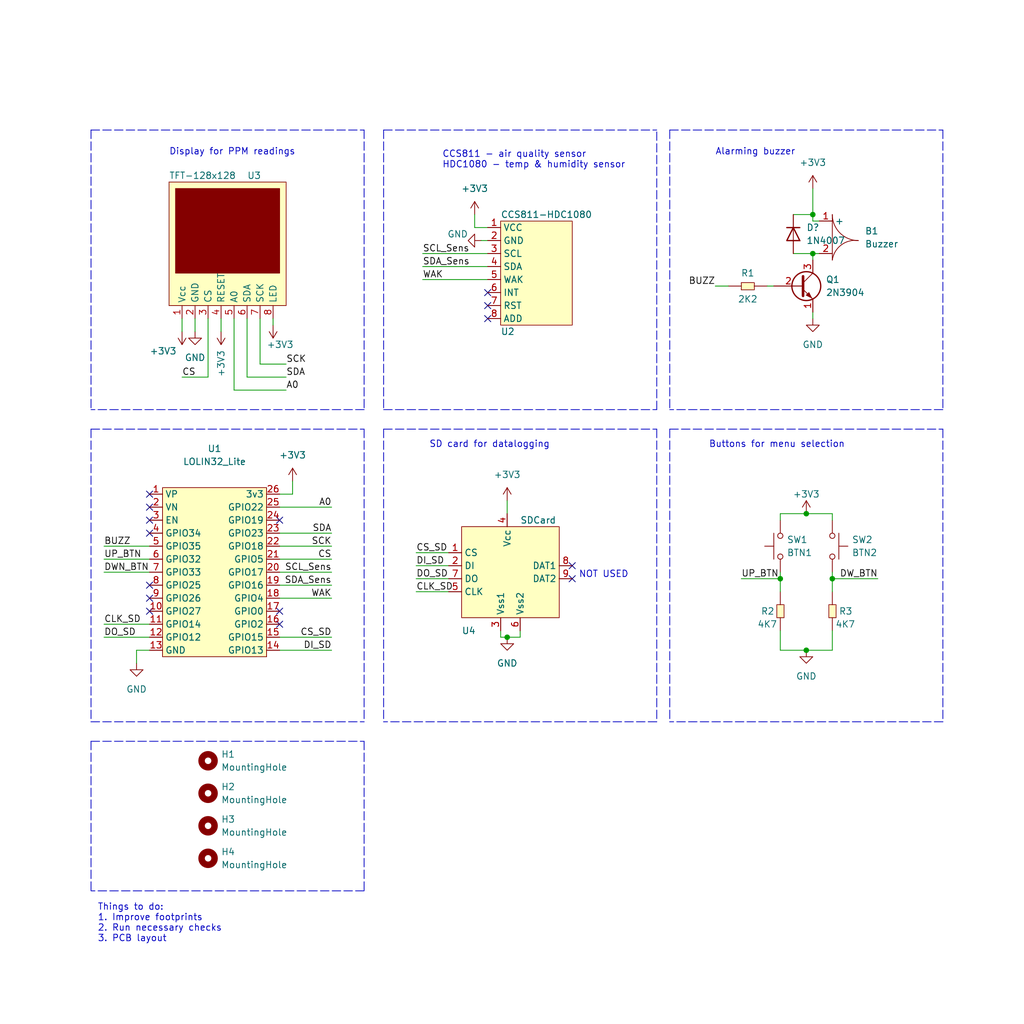
<source format=kicad_sch>
(kicad_sch (version 20211123) (generator eeschema)
  (paper "User" 200 200)
  (title_block (title "Air quality meter based on ESP32") (date "2023-06-13") (rev "1"))
  (lib_symbols
    (symbol "Diode:1N4007" (pin_numbers hide) (pin_names hide)
      (property "Reference" "D" (at 0 2.54 0))
      (property "Value" "1N4007" (at 0 -2.54 0))
      (symbol "1N4007_0_1"
        (polyline (pts (xy -1.27 1.27) (xy -1.27 -1.27)) (stroke (width 0.254)))
        (polyline (pts (xy 1.27 0) (xy -1.27 0)))
        (polyline (pts (xy 1.27 1.27) (xy 1.27 -1.27) (xy -1.27 0) (xy 1.27 1.27)) (stroke (width 0.254)))
      )
      (symbol "1N4007_1_1"
        (pin passive line (at -3.81 0 0) (length 2.54) (name "K") (number "1"))
        (pin passive line (at 3.81 0 180) (length 2.54) (name "A") (number "2"))
      )
    )
    (symbol "Mechanical:MountingHole" (pin_names (offset 1.016))
      (property "Reference" "H" (at 0 5.08 0))
      (property "Value" "MountingHole" (at 0 3.175 0))
      (symbol "MountingHole_0_1"
        (circle (center 0 0) (radius 1.27) (stroke (width 1.27)))
      )
    )
    (symbol "Res_1" (pin_numbers hide)
      (property "Reference" "R?" (at 0 1.27 0))
      (symbol "Res_1_0_1"
        (rectangle (start -3.81 -0.6) (end -1.27 -2) (fill (type background)))
      )
      (symbol "Res_1_1_1"
        (pin input line (at -6.35 -1.27 0) (length 2.54) (name "") (number "1"))
        (pin input line (at 1.27 -1.27 180) (length 2.54) (name "") (number "2"))
      )
    )
    (symbol "Res_2" (pin_numbers hide)
      (property "Reference" "R?" (at 0 1.27 0))
      (symbol "Res_2_0_1"
        (rectangle (start -3.81 -0.6) (end -1.27 -2) (fill (type background)))
      )
      (symbol "Res_2_1_1"
        (pin input line (at -6.35 -1.27 0) (length 2.54) (name "") (number "1"))
        (pin input line (at 1.27 -1.27 180) (length 2.54) (name "") (number "2"))
      )
    )
    (symbol "Switch:SW_Push" (pin_numbers hide) (pin_names (offset 1.016) hide)
      (property "Reference" "SW" (at 1.27 2.54 0))
      (property "Value" "SW_Push" (at 0 -1.524 0))
      (symbol "SW_Push_0_1"
        (circle (center -2.032 0) (radius 0.508))
        (polyline (pts (xy 0 1.27) (xy 0 3.048)))
        (polyline (pts (xy 2.54 1.27) (xy -2.54 1.27)))
        (circle (center 2.032 0) (radius 0.508))
        (pin passive line (at -5.08 0 0) (length 2.54) (name "1") (number "1"))
        (pin passive line (at 5.08 0 180) (length 2.54) (name "2") (number "2"))
      )
    )
    (symbol "Transistor_BJT:2N3904" (pin_names (offset 0) hide)
      (property "Reference" "Q" (at 5.08 1.905 0))
      (property "Value" "2N3904" (at 5.08 0 0))
      (symbol "2N3904_0_1"
        (polyline (pts (xy 0.635 0.635) (xy 2.54 2.54)))
        (polyline (pts (xy 0.635 -0.635) (xy 2.54 -2.54) (xy 2.54 -2.54)))
        (polyline (pts (xy 0.635 1.905) (xy 0.635 -1.905) (xy 0.635 -1.905)) (stroke (width 0.508)))
        (polyline (pts (xy 1.27 -1.778) (xy 1.778 -1.27) (xy 2.286 -2.286) (xy 1.27 -1.778) (xy 1.27 -1.778)) (fill (type outline)))
        (circle (center 1.27 0) (radius 2.8194) (stroke (width 0.254)))
      )
      (symbol "2N3904_1_1"
        (pin passive line (at 2.54 -5.08 90) (length 2.54) (name "E") (number "1"))
        (pin passive line (at -5.08 0 0) (length 5.715) (name "B") (number "2"))
        (pin passive line (at 2.54 5.08 270) (length 2.54) (name "C") (number "3"))
      )
    )
    (symbol "power:+3V3" (power) (pin_names (offset 0))
      (property "Value" "+3V3" (at 0 3.556 0))
      (symbol "+3V3_0_1"
        (polyline (pts (xy -0.762 1.27) (xy 0 2.54)))
        (polyline (pts (xy 0 0) (xy 0 2.54)))
        (polyline (pts (xy 0 2.54) (xy 0.762 1.27)))
      )
      (symbol "+3V3_1_1"
        (pin power_in line (at 0 0 90) (length 0) hide (name "+3V3") (number "1"))
      )
    )
    (symbol "power:GND" (power) (pin_names (offset 0))
      (property "Value" "GND" (at 0 -3.81 0))
      (symbol "GND_0_1"
        (polyline (pts (xy 0 0) (xy 0 -1.27) (xy 1.27 -1.27) (xy 0 -2.54) (xy -1.27 -1.27) (xy 0 -1.27)))
      )
      (symbol "GND_1_1"
        (pin power_in line (at 0 0 270) (length 0) hide (name "GND") (number "1"))
      )
    )
    (symbol "symbols:Buzzer"
      (property "Reference" "B?" (at 0 5.08 0))
      (property "Value" "Buzzer" (at 0 7.62 0))
      (symbol "Buzzer_0_1"
        (arc (start -1.27 1.27) (mid -4.8776 -7.4176) (end 3.81 -3.81))
        (polyline (pts (xy -1.27 1.27) (xy -1.27 -7.62)))
        (arc (start 3.81 -3.81) (mid -3.3291 0.4171) (end -1.27 -7.62))
      )
      (symbol "Buzzer_1_1"
        (pin input line (at -3.81 0 0) (length 2.54) (name "+") (number "1"))
        (pin input line (at -3.81 -6.35 0) (length 2.54) (name "") (number "2"))
      )
    )
    (symbol "symbols:CCS811-HDC1080"
      (property "Reference" "U?" (at 0 -11.43 0))
      (property "Value" "CCS811-HDC1080" (at 0 11.43 0))
      (symbol "CCS811-HDC1080_0_1"
        (rectangle (start -7.62 10.16) (end 6.35 -10.16) (fill (type background)))
      )
      (symbol "CCS811-HDC1080_1_1"
        (pin input line (at -10.16 8.89 0) (length 2.54) (name "VCC") (number "1"))
        (pin input line (at -10.16 6.35 0) (length 2.54) (name "GND") (number "2"))
        (pin input line (at -10.16 3.81 0) (length 2.54) (name "SCL") (number "3"))
        (pin input line (at -10.16 1.27 0) (length 2.54) (name "SDA") (number "4"))
        (pin input line (at -10.16 -1.27 0) (length 2.54) (name "WAK") (number "5"))
        (pin input line (at -10.16 -3.81 0) (length 2.54) (name "INT") (number "6"))
        (pin input line (at -10.16 -6.35 0) (length 2.54) (name "RST") (number "7"))
        (pin input line (at -10.16 -8.89 0) (length 2.54) (name "ADD") (number "8"))
      )
    )
    (symbol "symbols:LOLIN32_Lite"
      (property "Reference" "U?" (at 0 16.51 0))
      (property "Value" "LOLIN32_Lite" (at 0 19.05 0))
      (property "Footprint" "components:LOLIN32-Lite-PCB" (at 1.27 -20.32 0))
      (symbol "LOLIN32_Lite_0_1"
        (rectangle (start -10.16 15.24) (end 10.16 -17.78) (fill (type background)))
      )
      (symbol "LOLIN32_Lite_1_1"
        (pin input line (at -12.7 13.97 0) (length 2.54) (name "VP") (number "1"))
        (pin bidirectional line (at -12.7 -8.89 0) (length 2.54) (name "GPIO27") (number "10"))
        (pin bidirectional line (at -12.7 -11.43 0) (length 2.54) (name "GPIO14") (number "11"))
        (pin bidirectional line (at -12.7 -13.97 0) (length 2.54) (name "GPIO12") (number "12"))
        (pin input line (at -12.7 -16.51 0) (length 2.54) (name "GND") (number "13"))
        (pin bidirectional line (at 12.7 -16.51 180) (length 2.54) (name "GPIO13") (number "14"))
        (pin bidirectional line (at 12.7 -13.97 180) (length 2.54) (name "GPIO15") (number "15"))
        (pin bidirectional line (at 12.7 -11.43 180) (length 2.54) (name "GPIO2") (number "16"))
        (pin bidirectional line (at 12.7 -8.89 180) (length 2.54) (name "GPIO0") (number "17"))
        (pin bidirectional line (at 12.7 -6.35 180) (length 2.54) (name "GPIO4") (number "18"))
        (pin bidirectional line (at 12.7 -3.81 180) (length 2.54) (name "GPIO16") (number "19"))
        (pin input line (at -12.7 11.43 0) (length 2.54) (name "VN") (number "2"))
        (pin bidirectional line (at 12.7 -1.27 180) (length 2.54) (name "GPIO17") (number "20"))
        (pin bidirectional line (at 12.7 1.27 180) (length 2.54) (name "GPIO5") (number "21"))
        (pin bidirectional line (at 12.7 3.81 180) (length 2.54) (name "GPIO18") (number "22"))
        (pin bidirectional line (at 12.7 6.35 180) (length 2.54) (name "GPIO23") (number "23"))
        (pin bidirectional line (at 12.7 8.89 180) (length 2.54) (name "GPIO19") (number "24"))
        (pin bidirectional line (at 12.7 11.43 180) (length 2.54) (name "GPIO22") (number "25"))
        (pin output line (at 12.7 13.97 180) (length 2.54) (name "3v3") (number "26"))
        (pin input line (at -12.7 8.89 0) (length 2.54) (name "EN") (number "3"))
        (pin input line (at -12.7 6.35 0) (length 2.54) (name "GPIO34") (number "4"))
        (pin input line (at -12.7 3.81 0) (length 2.54) (name "GPIO35") (number "5"))
        (pin bidirectional line (at -12.7 1.27 0) (length 2.54) (name "GPIO32") (number "6"))
        (pin bidirectional line (at -12.7 -1.27 0) (length 2.54) (name "GPIO33") (number "7"))
        (pin bidirectional line (at -12.7 -3.81 0) (length 2.54) (name "GPIO25") (number "8"))
        (pin bidirectional line (at -12.7 -6.35 0) (length 2.54) (name "GPIO26") (number "9"))
      )
    )
    (symbol "symbols:Res" (pin_numbers hide)
      (property "Reference" "R?" (at 0 1.27 0))
      (symbol "Res_0_1"
        (rectangle (start -3.81 -0.6) (end -1.27 -2) (fill (type background)))
      )
      (symbol "Res_1_1"
        (pin input line (at -6.35 -1.27 0) (length 2.54) (name "") (number "1"))
        (pin input line (at 1.27 -1.27 180) (length 2.54) (name "") (number "2"))
      )
    )
    (symbol "symbols:SDCard"
      (property "Reference" "U?" (at 5.08 5.08 0))
      (property "Value" "SDCard" (at 5.08 7.62 0))
      (symbol "SDCard_0_1"
        (rectangle (start -8.89 10.16) (end 10.16 -7.62) (fill (type background)))
      )
      (symbol "SDCard_1_1"
        (pin input line (at -11.43 5.08 0) (length 2.54) (name "CS") (number "1"))
        (pin input line (at -11.43 2.54 0) (length 2.54) (name "DI") (number "2"))
        (pin input line (at -1.27 -10.16 90) (length 2.54) (name "Vss1") (number "3"))
        (pin input line (at 0 12.7 270) (length 2.54) (name "Vcc") (number "4"))
        (pin input line (at -11.43 -2.54 0) (length 2.54) (name "CLK") (number "5"))
        (pin input line (at 2.54 -10.16 90) (length 2.54) (name "Vss2") (number "6"))
        (pin output line (at -11.43 0 0) (length 2.54) (name "DO") (number "7"))
        (pin input line (at 12.7 2.54 180) (length 2.54) (name "DAT1") (number "8"))
        (pin input line (at 12.7 0 180) (length 2.54) (name "DAT2") (number "9"))
      )
    )
    (symbol "symbols:TFT-128x128"
      (property "Reference" "U?" (at -5.08 8.89 0))
      (property "Value" "TFT-128x128" (at 0 11.43 0))
      (symbol "TFT-128x128_0_1"
        (rectangle (start -10.16 12.7) (end 10.16 -3.81) (fill (type outline)))
        (rectangle (start 11.43 -10.16) (end -11.43 13.97) (fill (type background)))
      )
      (symbol "TFT-128x128_1_1"
        (pin input line (at -8.89 -12.7 90) (length 2.54) (name "Vcc") (number "1"))
        (pin input line (at -6.35 -12.7 90) (length 2.54) (name "GND") (number "2"))
        (pin input line (at -3.81 -12.7 90) (length 2.54) (name "CS") (number "3"))
        (pin input line (at -1.27 -12.7 90) (length 2.54) (name "RESET") (number "4"))
        (pin input line (at 1.27 -12.7 90) (length 2.54) (name "A0") (number "5"))
        (pin input line (at 3.81 -12.7 90) (length 2.54) (name "SDA") (number "6"))
        (pin input line (at 6.35 -12.7 90) (length 2.54) (name "SCK") (number "7"))
        (pin input line (at 8.89 -12.7 90) (length 2.54) (name "LED") (number "8"))
      )
    )
  )
  (junction (at 157.48 127))
  (junction (at 158.75 41.91))
  (junction (at 162.56 113.03))
  (junction (at 99.06 124.46))
  (junction (at 158.75 49.53))
  (junction (at 157.48 100.33))
  (junction (at 152.4 113.03))
  (no_connect (at 29.21 104.14))
  (no_connect (at 29.21 119.38))
  (no_connect (at 29.21 101.6))
  (no_connect (at 111.76 110.49))
  (no_connect (at 29.21 96.52))
  (no_connect (at 111.76 113.03))
  (no_connect (at 95.25 57.15))
  (no_connect (at 29.21 99.06))
  (no_connect (at 54.61 119.38))
  (no_connect (at 29.21 116.84))
  (no_connect (at 95.25 62.23))
  (no_connect (at 95.25 59.69))
  (no_connect (at 54.61 101.6))
  (no_connect (at 54.61 121.92))
  (no_connect (at 29.21 114.3))
  (wire (pts (xy 81.28 110.49) (xy 87.63 110.49)))
  (wire (pts (xy 20.32 109.22) (xy 29.21 109.22)))
  (polyline (pts (xy 17.78 25.4) (xy 17.78 80.01)))
  (wire (pts (xy 54.61 104.14) (xy 64.77 104.14)))
  (wire (pts (xy 29.21 127) (xy 26.67 127)))
  (wire (pts (xy 152.4 111.76) (xy 152.4 113.03)))
  (wire (pts (xy 50.8 62.23) (xy 50.8 71.12)))
  (polyline (pts (xy 17.78 144.78) (xy 17.78 173.99)))
  (wire (pts (xy 154.94 41.91) (xy 158.75 41.91)))
  (wire (pts (xy 50.8 71.12) (xy 55.88 71.12)))
  (wire (pts (xy 97.79 124.46) (xy 99.06 124.46)))
  (wire (pts (xy 162.56 113.03) (xy 171.45 113.03)))
  (wire (pts (xy 162.56 100.33) (xy 162.56 101.6)))
  (wire (pts (xy 162.56 123.19) (xy 162.56 127)))
  (polyline (pts (xy 17.78 83.82) (xy 17.78 140.97)))
  (wire (pts (xy 144.78 113.03) (xy 152.4 113.03)))
  (wire (pts (xy 158.75 60.96) (xy 158.75 62.23)))
  (wire (pts (xy 54.61 99.06) (xy 64.77 99.06)))
  (wire (pts (xy 57.15 96.52) (xy 57.15 93.98)))
  (wire (pts (xy 35.56 62.23) (xy 35.56 64.77)))
  (polyline (pts (xy 71.12 144.78) (xy 71.12 173.99)))
  (wire (pts (xy 139.7 55.88) (xy 142.24 55.88)))
  (wire (pts (xy 149.86 55.88) (xy 151.13 55.88)))
  (polyline (pts (xy 17.78 140.97) (xy 71.12 140.97)))
  (wire (pts (xy 48.26 73.66) (xy 55.88 73.66)))
  (wire (pts (xy 54.61 111.76) (xy 64.77 111.76)))
  (wire (pts (xy 99.06 124.46) (xy 101.6 124.46)))
  (wire (pts (xy 26.67 127) (xy 26.67 129.54)))
  (polyline (pts (xy 17.78 144.78) (xy 71.12 144.78)))
  (wire (pts (xy 154.94 49.53) (xy 158.75 49.53)))
  (wire (pts (xy 81.28 115.57) (xy 87.63 115.57)))
  (wire (pts (xy 160.02 49.53) (xy 158.75 49.53)))
  (wire (pts (xy 54.61 106.68) (xy 64.77 106.68)))
  (wire (pts (xy 101.6 124.46) (xy 101.6 123.19)))
  (wire (pts (xy 82.55 54.61) (xy 95.25 54.61)))
  (wire (pts (xy 81.28 113.03) (xy 87.63 113.03)))
  (wire (pts (xy 54.61 127) (xy 64.77 127)))
  (wire (pts (xy 54.61 109.22) (xy 64.77 109.22)))
  (wire (pts (xy 20.32 111.76) (xy 29.21 111.76)))
  (wire (pts (xy 158.75 36.83) (xy 158.75 41.91)))
  (polyline (pts (xy 184.15 83.82) (xy 184.15 140.97)))
  (polyline (pts (xy 71.12 80.01) (xy 17.78 80.01)))
  (wire (pts (xy 38.1 62.23) (xy 38.1 64.77)))
  (wire (pts (xy 152.4 127) (xy 157.48 127)))
  (polyline (pts (xy 184.15 25.4) (xy 184.15 80.01)))
  (polyline (pts (xy 184.15 140.97) (xy 130.81 140.97)))
  (wire (pts (xy 93.98 46.99) (xy 95.25 46.99)))
  (polyline (pts (xy 128.27 140.97) (xy 74.93 140.97)))
  (wire (pts (xy 54.61 124.46) (xy 64.77 124.46)))
  (wire (pts (xy 20.32 121.92) (xy 29.21 121.92)))
  (polyline (pts (xy 128.27 83.82) (xy 128.27 140.97)))
  (wire (pts (xy 152.4 101.6) (xy 152.4 100.33)))
  (wire (pts (xy 158.75 49.53) (xy 158.75 50.8)))
  (polyline (pts (xy 130.81 83.82) (xy 184.15 83.82)))
  (polyline (pts (xy 74.93 83.82) (xy 74.93 140.97)))
  (wire (pts (xy 82.55 49.53) (xy 95.25 49.53)))
  (polyline (pts (xy 71.12 25.4) (xy 71.12 80.01)))
  (wire (pts (xy 20.32 106.68) (xy 29.21 106.68)))
  (wire (pts (xy 48.26 62.23) (xy 48.26 73.66)))
  (wire (pts (xy 45.72 76.2) (xy 55.88 76.2)))
  (polyline (pts (xy 130.81 25.4) (xy 184.15 25.4)))
  (wire (pts (xy 45.72 62.23) (xy 45.72 76.2)))
  (wire (pts (xy 152.4 113.03) (xy 152.4 115.57)))
  (wire (pts (xy 97.79 123.19) (xy 97.79 124.46)))
  (polyline (pts (xy 71.12 83.82) (xy 71.12 140.97)))
  (wire (pts (xy 82.55 52.07) (xy 95.25 52.07)))
  (wire (pts (xy 35.56 73.66) (xy 40.64 73.66)))
  (polyline (pts (xy 71.12 173.99) (xy 17.78 173.99)))
  (polyline (pts (xy 74.93 80.01) (xy 128.27 80.01)))
  (polyline (pts (xy 130.81 25.4) (xy 130.81 80.01)))
  (wire (pts (xy 162.56 113.03) (xy 162.56 115.57)))
  (polyline (pts (xy 17.78 25.4) (xy 71.12 25.4)))
  (polyline (pts (xy 74.93 25.4) (xy 128.27 25.4)))
  (wire (pts (xy 152.4 123.19) (xy 152.4 127)))
  (polyline (pts (xy 184.15 80.01) (xy 130.81 80.01)))
  (polyline (pts (xy 130.81 83.82) (xy 130.81 140.97)))
  (wire (pts (xy 92.71 44.45) (xy 92.71 41.91)))
  (wire (pts (xy 43.18 62.23) (xy 43.18 64.77)))
  (wire (pts (xy 20.32 124.46) (xy 29.21 124.46)))
  (wire (pts (xy 53.34 62.23) (xy 53.34 63.5)))
  (wire (pts (xy 54.61 116.84) (xy 64.77 116.84)))
  (polyline (pts (xy 74.93 25.4) (xy 74.93 80.01)))
  (polyline (pts (xy 128.27 80.01) (xy 128.27 25.4)))
  (wire (pts (xy 40.64 62.23) (xy 40.64 73.66)))
  (wire (pts (xy 152.4 100.33) (xy 157.48 100.33)))
  (polyline (pts (xy 74.93 83.82) (xy 128.27 83.82)))
  (wire (pts (xy 162.56 111.76) (xy 162.56 113.03)))
  (wire (pts (xy 99.06 97.79) (xy 99.06 100.33)))
  (polyline (pts (xy 17.78 83.82) (xy 71.12 83.82)))
  (wire (pts (xy 81.28 107.95) (xy 87.63 107.95)))
  (wire (pts (xy 158.75 41.91) (xy 158.75 43.18)))
  (wire (pts (xy 54.61 114.3) (xy 64.77 114.3)))
  (wire (pts (xy 157.48 127) (xy 162.56 127)))
  (wire (pts (xy 95.25 44.45) (xy 92.71 44.45)))
  (wire (pts (xy 158.75 43.18) (xy 160.02 43.18)))
  (wire (pts (xy 54.61 96.52) (xy 57.15 96.52)))
  (wire (pts (xy 157.48 100.33) (xy 162.56 100.33)))
  (text "Display for PPM readings" (at 33.02 30.48 0) (effects (font (size 1.27 1.27)) (justify left bottom)))
  (text "Alarming buzzer" (at 139.7 30.48 0) (effects (font (size 1.27 1.27)) (justify left bottom)))
  (text "Buttons for menu selection" (at 138.43 87.63 0) (effects (font (size 1.27 1.27)) (justify left bottom)))
  (text "SD card for datalogging" (at 83.82 87.63 0) (effects (font (size 1.27 1.27)) (justify left bottom)))
  (text "CCS811 - air quality sensor\nHDC1080 - temp & humidity sensor" (at 86.36 33.02 0) (effects (font (size 1.27 1.27)) (justify left bottom)))
  (text "NOT USED" (at 113.03 113.03 0) (effects (font (size 1.27 1.27)) (justify left bottom)))
  (text "Things to do:\n1. Improve footprints\n2. Run necessary checks\n3. PCB layout\n" (at 19.05 184.15 0) (effects (font (size 1.27 1.27)) (justify left bottom)))
  (label "SCL_Sens" (at 82.55 49.53 0))
  (label "SDA_Sens" (at 82.55 52.07 0))
  (label "A0" (at 55.88 76.2 0))
  (label "UP_BTN" (at 144.78 113.03 0))
  (label "DO_SD" (at 20.32 124.46 0))
  (label "CS_SD" (at 81.28 107.95 0))
  (label "SCK" (at 55.88 71.12 0))
  (label "CLK_SD" (at 81.28 115.57 0))
  (label "UP_BTN" (at 20.32 109.22 0))
  (label "SDA" (at 64.77 104.14 180))
  (label "SDA_Sens" (at 64.77 114.3 180))
  (label "SCK" (at 64.77 106.68 180))
  (label "DWN_BTN" (at 20.32 111.76 0))
  (label "BUZZ" (at 139.7 55.88 180))
  (label "CS_SD" (at 64.77 124.46 180))
  (label "DI_SD" (at 81.28 110.49 0))
  (label "CS" (at 64.77 109.22 180))
  (label "SCL_Sens" (at 64.77 111.76 180))
  (label "DO_SD" (at 81.28 113.03 0))
  (label "A0" (at 64.77 99.06 180))
  (label "DW_BTN" (at 171.45 113.03 180))
  (label "WAK" (at 64.77 116.84 180))
  (label "SDA" (at 55.88 73.66 0))
  (label "CLK_SD" (at 20.32 121.92 0))
  (label "WAK" (at 82.55 54.61 0))
  (label "DI_SD" (at 64.77 127 180))
  (label "CS" (at 35.56 73.66 0))
  (label "BUZZ" (at 20.32 106.68 0))
  (symbol (lib_id "symbols:CCS811-HDC1080") (at 105.41 53.34 0) (unit 1)
    (property "Reference" "U2" (at 97.79 64.77 0) (effects (justify left)))
    (property "Value" "CCS811-HDC1080" (at 97.79 41.91 0) (effects (justify left)))
    (property "Footprint" "components:CCS811-HDC1080-PCB" (effects hide))
  )
  (symbol (lib_id "symbols:Res") (at 148.59 54.61 0) (unit 1)
    (property "Reference" "R1" (at 146.05 53.34 0))
    (property "Value" "2K2" (at 146.05 58.42 0))
    (property "Footprint" "components:Resistor" (effects hide))
  )
  (symbol (lib_id "power:+3V3") (at 57.15 93.98 0) (unit 1)
    (property "Reference" "#PWR0108" (effects hide))
    (property "Value" "+3V3" (at 57.15 88.9 0))
  )
  (symbol (lib_id "power:GND") (at 93.98 46.99 270) (unit 1)
    (property "Reference" "#PWR0106" (effects hide))
    (property "Value" "GND" (at 91.44 45.72 90) (effects (justify right)))
  )
  (symbol (lib_id "power:GND") (at 99.06 124.46 0) (unit 1)
    (property "Reference" "#PWR0103" (effects hide))
    (property "Value" "GND" (at 99.06 129.54 0))
  )
  (symbol (lib_id "Switch:SW_Push") (at 162.56 106.68 270) (unit 1)
    (property "Reference" "SW2" (at 166.37 105.4099 90) (effects (justify left)))
    (property "Value" "BTN2" (at 166.37 107.9499 90) (effects (justify left)))
    (property "Footprint" "Button_Switch_THT:SW_PUSH_6mm" (effects hide))
  )
  (symbol (lib_name "Res_2") (lib_id "symbols:Res") (at 161.29 116.84 90) (unit 1)
    (property "Reference" "R3" (at 163.83 119.38 90) (effects (justify right)))
    (property "Value" "4K7" (at 165.1 121.92 90))
    (property "Footprint" "components:Resistor" (effects hide))
  )
  (symbol (lib_id "Mechanical:MountingHole") (at 40.64 167.64 0) (unit 1)
    (property "Reference" "H4" (at 43.18 166.3699 0) (effects (justify left)))
    (property "Value" "MountingHole" (at 43.18 168.9099 0) (effects (justify left)))
    (property "Footprint" "MountingHole:MountingHole_3.2mm_M3" (effects hide))
  )
  (symbol (lib_id "Diode:1N4007") (at 154.94 45.72 270) (unit 1)
    (property "Reference" "D?" (at 157.48 44.4499 90) (effects (justify left)))
    (property "Value" "1N4007" (at 157.48 46.9899 90) (effects (justify left)))
    (property "Footprint" "Diode_THT:D_DO-41_SOD81_P10.16mm_Horizontal" (effects hide))
    (property "Datasheet" "http://www.vishay.com/docs/88503/1n4001.pdf" (effects hide))
  )
  (symbol (lib_id "power:GND") (at 26.67 129.54 0) (unit 1)
    (property "Reference" "#PWR0107" (effects hide))
    (property "Value" "GND" (at 26.67 134.62 0))
  )
  (symbol (lib_id "power:+3V3") (at 53.34 63.5 180) (unit 1)
    (property "Reference" "#PWR02" (effects hide))
    (property "Value" "+3V3" (at 52.07 67.31 0) (effects (justify right)))
  )
  (symbol (lib_id "power:GND") (at 158.75 62.23 0) (unit 1)
    (property "Reference" "#PWR0102" (effects hide))
    (property "Value" "GND" (at 158.75 67.31 0))
  )
  (symbol (lib_id "Switch:SW_Push") (at 152.4 106.68 90) (unit 1)
    (property "Reference" "SW1" (at 153.67 105.4099 90) (effects (justify right)))
    (property "Value" "BTN1" (at 153.67 107.9499 90) (effects (justify right)))
    (property "Footprint" "Button_Switch_THT:SW_PUSH_6mm" (effects hide))
  )
  (symbol (lib_id "Mechanical:MountingHole") (at 40.64 161.29 0) (unit 1)
    (property "Reference" "H3" (at 43.18 160.0199 0) (effects (justify left)))
    (property "Value" "MountingHole" (at 43.18 162.5599 0) (effects (justify left)))
    (property "Footprint" "MountingHole:MountingHole_3.2mm_M3" (effects hide))
  )
  (symbol (lib_id "Mechanical:MountingHole") (at 40.64 148.59 0) (unit 1)
    (property "Reference" "H1" (at 43.18 147.3199 0) (effects (justify left)))
    (property "Value" "MountingHole" (at 43.18 149.8599 0) (effects (justify left)))
    (property "Footprint" "MountingHole:MountingHole_3.2mm_M3" (effects hide))
  )
  (symbol (lib_id "power:GND") (at 38.1 64.77 0) (unit 1)
    (property "Reference" "#PWR0112" (effects hide))
    (property "Value" "GND" (at 38.1 69.85 0))
  )
  (symbol (lib_id "power:+3V3") (at 92.71 41.91 0) (unit 1)
    (property "Reference" "#PWR0105" (effects hide))
    (property "Value" "+3V3" (at 92.71 36.83 0))
  )
  (symbol (lib_id "power:+3V3") (at 43.18 64.77 180) (unit 1)
    (property "Reference" "#PWR01" (effects hide))
    (property "Value" "+3V3" (at 43.18 73.66 90) (effects (justify right)))
  )
  (symbol (lib_id "Mechanical:MountingHole") (at 40.64 154.94 0) (unit 1)
    (property "Reference" "H2" (at 43.18 153.6699 0) (effects (justify left)))
    (property "Value" "MountingHole" (at 43.18 156.2099 0) (effects (justify left)))
    (property "Footprint" "MountingHole:MountingHole_3.2mm_M3" (effects hide))
  )
  (symbol (lib_id "power:+3V3") (at 35.56 64.77 180) (unit 1)
    (property "Reference" "#PWR0111" (effects hide))
    (property "Value" "+3V3" (at 29.21 68.58 0) (effects (justify right)))
  )
  (symbol (lib_id "power:+3V3") (at 158.75 36.83 0) (unit 1)
    (property "Reference" "#PWR0101" (effects hide))
    (property "Value" "+3V3" (at 158.75 31.75 0))
  )
  (symbol (lib_name "Res_1") (lib_id "symbols:Res") (at 151.13 116.84 90) (unit 1)
    (property "Reference" "R2" (at 148.59 119.38 90) (effects (justify right)))
    (property "Value" "4K7" (at 149.86 121.92 90))
    (property "Footprint" "components:Resistor" (effects hide))
  )
  (symbol (lib_id "symbols:LOLIN32_Lite") (at 41.91 110.49 0) (unit 1)
    (property "Reference" "U1" (at 41.91 87.63 0))
    (property "Value" "LOLIN32_Lite" (at 41.91 90.17 0))
    (property "Footprint" "components:LOLIN32-Lite-PCB" (effects hide))
  )
  (symbol (lib_id "power:GND") (at 157.48 127 0) (unit 1)
    (property "Reference" "#PWR0109" (effects hide))
    (property "Value" "GND" (at 157.48 132.08 0))
  )
  (symbol (lib_id "power:+3V3") (at 157.48 100.33 0) (unit 1)
    (property "Reference" "#PWR0110" (effects hide))
    (property "Value" "+3V3" (at 157.48 96.52 0))
  )
  (symbol (lib_id "symbols:Buzzer") (at 163.83 43.18 0) (unit 1)
    (property "Reference" "B1" (at 168.91 45.1074 0) (effects (justify left)))
    (property "Value" "Buzzer" (at 168.91 47.6474 0) (effects (justify left)))
    (property "Footprint" "components:Buzzer" (effects hide))
  )
  (symbol (lib_id "symbols:TFT-128x128") (at 44.45 49.53 0) (unit 1)
    (property "Reference" "U3" (at 48.26 34.29 0) (effects (justify left)))
    (property "Value" "TFT-128x128" (at 33.02 34.29 0) (effects (justify left)))
    (property "Footprint" "components:TFT-128x128" (effects hide))
  )
  (symbol (lib_id "symbols:SDCard") (at 99.06 113.03 0) (unit 1)
    (property "Reference" "U4" (at 90.17 123.19 0) (effects (justify left)))
    (property "Value" "SDCard" (at 101.6 101.6 0) (effects (justify left)))
    (property "Footprint" "components:SDCard" (effects hide))
  )
  (symbol (lib_id "Transistor_BJT:2N3904") (at 156.21 55.88 0) (unit 1)
    (property "Reference" "Q1" (at 161.29 54.6099 0) (effects (justify left)))
    (property "Value" "2N3904" (at 161.29 57.1499 0) (effects (justify left)))
    (property "Footprint" "Package_TO_SOT_THT:TO-92_Inline" (effects hide))
    (property "Datasheet" "https://www.onsemi.com/pub/Collateral/2N3903-D.PDF" (effects hide))
  )
  (symbol (lib_id "power:+3V3") (at 99.06 97.79 0) (unit 1)
    (property "Reference" "#PWR0104" (effects hide))
    (property "Value" "+3V3" (at 99.06 92.71 0))
  )
)
</source>
